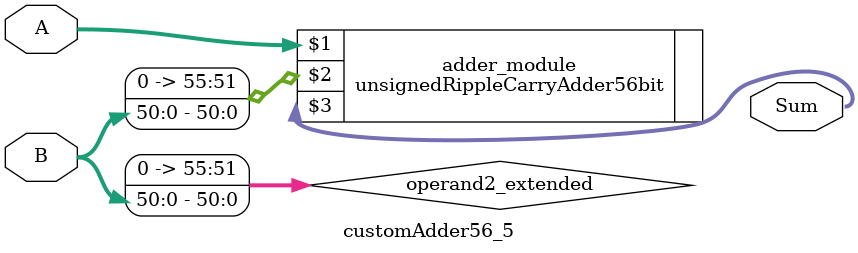
<source format=v>
module customAdder56_5(
                        input [55 : 0] A,
                        input [50 : 0] B,
                        
                        output [56 : 0] Sum
                );

        wire [55 : 0] operand2_extended;
        
        assign operand2_extended =  {5'b0, B};
        
        unsignedRippleCarryAdder56bit adder_module(
            A,
            operand2_extended,
            Sum
        );
        
        endmodule
        
</source>
